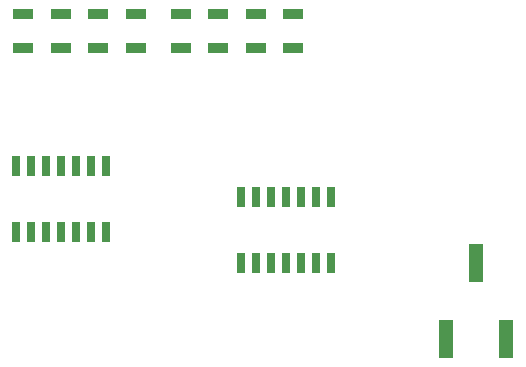
<source format=gbr>
G04 EAGLE Gerber RS-274X export*
G75*
%MOMM*%
%FSLAX34Y34*%
%LPD*%
%INSolderpaste Top*%
%IPPOS*%
%AMOC8*
5,1,8,0,0,1.08239X$1,22.5*%
G01*
%ADD10R,0.650000X1.750000*%
%ADD11R,1.700000X0.900000*%
%ADD12R,1.200000X3.300000*%


D10*
X336550Y107950D03*
X349250Y107950D03*
X361950Y107950D03*
X374650Y107950D03*
X387350Y107950D03*
X400050Y107950D03*
X412750Y107950D03*
X412750Y163950D03*
X400050Y163950D03*
X387350Y163950D03*
X374650Y163950D03*
X361950Y163950D03*
X349250Y163950D03*
X336550Y163950D03*
D11*
X381000Y319300D03*
X381000Y290300D03*
X317500Y319300D03*
X317500Y290300D03*
X247650Y319300D03*
X247650Y290300D03*
X184150Y319300D03*
X184150Y290300D03*
X349250Y319300D03*
X349250Y290300D03*
X285750Y290300D03*
X285750Y319300D03*
X215900Y319300D03*
X215900Y290300D03*
X152400Y319300D03*
X152400Y290300D03*
D10*
X146550Y134500D03*
X159250Y134500D03*
X171950Y134500D03*
X184650Y134500D03*
X197350Y134500D03*
X210050Y134500D03*
X222750Y134500D03*
X222750Y190500D03*
X210050Y190500D03*
X197350Y190500D03*
X184650Y190500D03*
X171950Y190500D03*
X159250Y190500D03*
X146550Y190500D03*
D12*
X535940Y107950D03*
X510540Y43950D03*
X561340Y43950D03*
M02*

</source>
